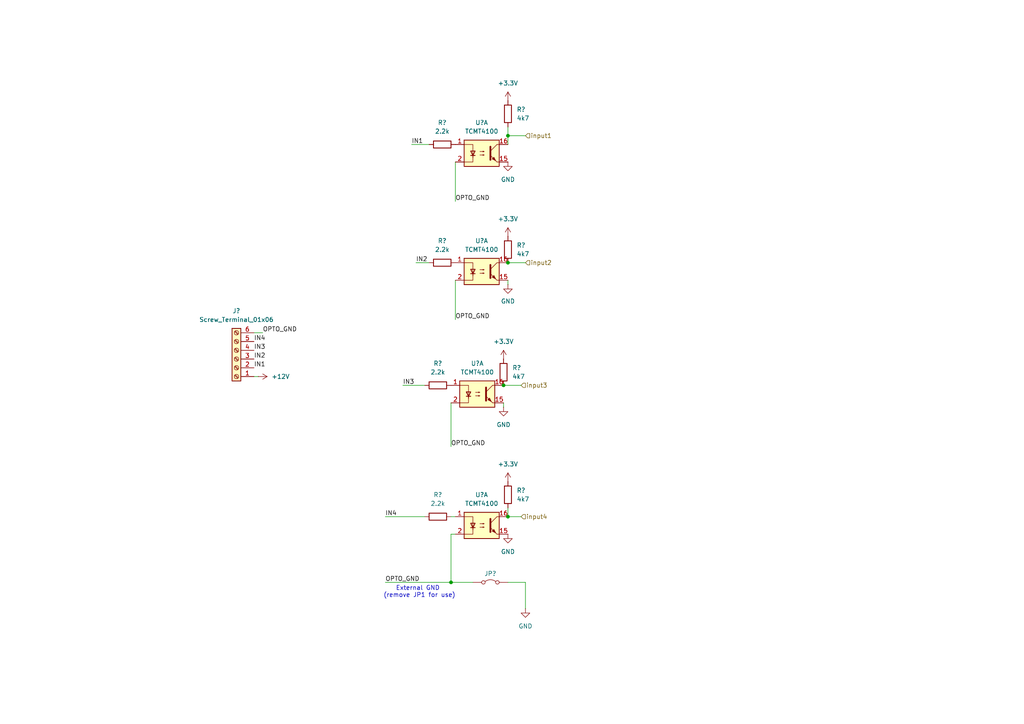
<source format=kicad_sch>
(kicad_sch (version 20250114) (generator "eeschema") (generator_version "9.0")
  (paper "A4")
  (lib_symbols
    (symbol "Connector:Screw_Terminal_01x06" (pin_names (offset 1.016) (hide yes))
      (property "Reference" "J" (at 0 7.62 0))
      (property "Value" "Screw_Terminal_01x06" (at 0 -10.16 0))
      (symbol "Screw_Terminal_01x06_1_1"
        (rectangle (start -1.27 6.35) (end 1.27 -8.89) (stroke (width 0.254)) (fill (type background)))
        (polyline (pts (xy -0.5334 5.4102) (xy 0.3302 4.572)) (stroke (width 0.1524)))
        (polyline (pts (xy -0.5334 2.8702) (xy 0.3302 2.032)) (stroke (width 0.1524)))
        (polyline (pts (xy -0.5334 0.3302) (xy 0.3302 -0.508)) (stroke (width 0.1524)))
        (polyline (pts (xy -0.5334 -2.2098) (xy 0.3302 -3.048)) (stroke (width 0.1524)))
        (polyline (pts (xy -0.5334 -4.7498) (xy 0.3302 -5.588)) (stroke (width 0.1524)))
        (polyline (pts (xy -0.5334 -7.2898) (xy 0.3302 -8.128)) (stroke (width 0.1524)))
        (polyline (pts (xy -0.3556 5.588) (xy 0.508 4.7498)) (stroke (width 0.1524)))
        (polyline (pts (xy -0.3556 3.048) (xy 0.508 2.2098)) (stroke (width 0.1524)))
        (polyline (pts (xy -0.3556 0.508) (xy 0.508 -0.3302)) (stroke (width 0.1524)))
        (polyline (pts (xy -0.3556 -2.032) (xy 0.508 -2.8702)) (stroke (width 0.1524)))
        (polyline (pts (xy -0.3556 -4.572) (xy 0.508 -5.4102)) (stroke (width 0.1524)))
        (polyline (pts (xy -0.3556 -7.112) (xy 0.508 -7.9502)) (stroke (width 0.1524)))
        (circle (center 0 5.08) (radius 0.635) (stroke (width 0.1524)))
        (circle (center 0 2.54) (radius 0.635) (stroke (width 0.1524)))
        (circle (center 0 0) (radius 0.635) (stroke (width 0.1524)))
        (circle (center 0 -2.54) (radius 0.635) (stroke (width 0.1524)))
        (circle (center 0 -5.08) (radius 0.635) (stroke (width 0.1524)))
        (circle (center 0 -7.62) (radius 0.635) (stroke (width 0.1524)))
        (pin passive line (at -5.08 5.08 0) (length 3.81) (name "Pin_1") (number "1"))
        (pin passive line (at -5.08 2.54 0) (length 3.81) (name "Pin_2") (number "2"))
        (pin passive line (at -5.08 0 0) (length 3.81) (name "Pin_3") (number "3"))
        (pin passive line (at -5.08 -2.54 0) (length 3.81) (name "Pin_4") (number "4"))
        (pin passive line (at -5.08 -5.08 0) (length 3.81) (name "Pin_5") (number "5"))
        (pin passive line (at -5.08 -7.62 0) (length 3.81) (name "Pin_6") (number "6"))
      )
    )
    (symbol "Device:R" (pin_numbers (hide yes)) (pin_names (offset 0))
      (property "Reference" "R" (at 2.032 0 90))
      (property "Value" "R" (at 0 0 90))
      (symbol "R_0_1"
        (rectangle (start -1.016 -2.54) (end 1.016 2.54) (stroke (width 0.254)))
      )
      (symbol "R_1_1"
        (pin passive line (at 0 3.81 270) (length 1.27) (name "~") (number "1"))
        (pin passive line (at 0 -3.81 90) (length 1.27) (name "~") (number "2"))
      )
    )
    (symbol "Isolator:TCMT4100" (pin_names (offset 1.016))
      (property "Reference" "U" (at 0 5.08 0))
      (property "Value" "TCMT4100" (at 0 -5.08 0))
      (symbol "TCMT4100_1_1"
        (rectangle (start -5.08 3.81) (end 5.08 -3.81) (stroke (width 0.254)) (fill (type background)))
        (polyline (pts (xy -5.08 2.54) (xy -2.54 2.54) (xy -2.54 -1.27)))
        (polyline (pts (xy -3.175 -0.635) (xy -1.905 -0.635)) (stroke (width 0.254)))
        (polyline (pts (xy -2.54 -0.635) (xy -2.54 -2.54) (xy -5.08 -2.54)))
        (polyline (pts (xy -2.54 -0.635) (xy -3.175 0.635) (xy -1.905 0.635) (xy -2.54 -0.635)) (stroke (width 0.254)))
        (polyline (pts (xy -0.508 0.508) (xy 0.762 0.508) (xy 0.381 0.381) (xy 0.381 0.635) (xy 0.762 0.508)))
        (polyline (pts (xy -0.508 -0.508) (xy 0.762 -0.508) (xy 0.381 -0.635) (xy 0.381 -0.381) (xy 0.762 -0.508)))
        (polyline (pts (xy 2.54 1.905) (xy 2.54 -1.905)) (stroke (width 0.508)))
        (polyline (pts (xy 2.54 0.635) (xy 4.445 2.54)))
        (polyline (pts (xy 3.048 -1.651) (xy 3.556 -1.143) (xy 4.064 -2.159) (xy 3.048 -1.651)) (fill (type outline)))
        (polyline (pts (xy 4.445 2.54) (xy 5.08 2.54)))
        (polyline (pts (xy 4.445 -2.54) (xy 2.54 -0.635)) (fill (type outline)))
        (polyline (pts (xy 4.445 -2.54) (xy 5.08 -2.54)))
        (pin passive line (at -7.62 2.54 0) (length 2.54) (name "~") (number "1"))
        (pin passive line (at -7.62 -2.54 0) (length 2.54) (name "~") (number "2"))
        (pin passive line (at 7.62 2.54 180) (length 2.54) (name "~") (number "16"))
        (pin passive line (at 7.62 -2.54 180) (length 2.54) (name "~") (number "15"))
      )
      (symbol "TCMT4100_2_1"
        (rectangle (start -5.08 3.81) (end 5.08 -3.81) (stroke (width 0.254)) (fill (type background)))
        (polyline (pts (xy -5.08 2.54) (xy -2.54 2.54) (xy -2.54 -1.27) (xy -2.54 0.635)))
        (polyline (pts (xy -3.175 -0.635) (xy -1.905 -0.635)) (stroke (width 0.254)))
        (polyline (pts (xy -2.54 -0.635) (xy -2.54 -2.54) (xy -5.08 -2.54)))
        (polyline (pts (xy -2.54 -0.635) (xy -3.175 0.635) (xy -1.905 0.635) (xy -2.54 -0.635)) (stroke (width 0.254)))
        (polyline (pts (xy -0.508 0.508) (xy 0.762 0.508) (xy 0.381 0.381) (xy 0.381 0.635) (xy 0.762 0.508)))
        (polyline (pts (xy -0.508 -0.508) (xy 0.762 -0.508) (xy 0.381 -0.635) (xy 0.381 -0.381) (xy 0.762 -0.508)))
        (polyline (pts (xy 2.54 1.905) (xy 2.54 -1.905)) (stroke (width 0.508)))
        (polyline (pts (xy 2.54 0.635) (xy 4.445 2.54)))
        (polyline (pts (xy 3.048 -1.651) (xy 3.556 -1.143) (xy 4.064 -2.159) (xy 3.048 -1.651)) (fill (type outline)))
        (polyline (pts (xy 4.445 2.54) (xy 5.08 2.54)))
        (polyline (pts (xy 4.445 -2.54) (xy 2.54 -0.635)) (fill (type outline)))
        (polyline (pts (xy 4.445 -2.54) (xy 5.08 -2.54)))
        (pin passive line (at -7.62 2.54 0) (length 2.54) (name "~") (number "3"))
        (pin passive line (at -7.62 -2.54 0) (length 2.54) (name "~") (number "4"))
        (pin passive line (at 7.62 2.54 180) (length 2.54) (name "~") (number "14"))
        (pin passive line (at 7.62 -2.54 180) (length 2.54) (name "~") (number "13"))
      )
      (symbol "TCMT4100_3_1"
        (rectangle (start -5.08 3.81) (end 5.08 -3.81) (stroke (width 0.254)) (fill (type background)))
        (polyline (pts (xy -5.08 2.54) (xy -2.54 2.54) (xy -2.54 -1.27) (xy -2.54 0.635)))
        (polyline (pts (xy -3.175 -0.635) (xy -1.905 -0.635)) (stroke (width 0.254)))
        (polyline (pts (xy -2.54 -0.635) (xy -2.54 -2.54) (xy -5.08 -2.54)))
        (polyline (pts (xy -2.54 -0.635) (xy -3.175 0.635) (xy -1.905 0.635) (xy -2.54 -0.635)) (stroke (width 0.254)))
        (polyline (pts (xy -0.508 0.508) (xy 0.762 0.508) (xy 0.381 0.381) (xy 0.381 0.635) (xy 0.762 0.508)))
        (polyline (pts (xy -0.508 -0.508) (xy 0.762 -0.508) (xy 0.381 -0.635) (xy 0.381 -0.381) (xy 0.762 -0.508)))
        (polyline (pts (xy 2.54 1.905) (xy 2.54 -1.905)) (stroke (width 0.508)))
        (polyline (pts (xy 2.54 0.635) (xy 4.445 2.54)))
        (polyline (pts (xy 3.048 -1.651) (xy 3.556 -1.143) (xy 4.064 -2.159) (xy 3.048 -1.651)) (fill (type outline)))
        (polyline (pts (xy 4.445 2.54) (xy 5.08 2.54)))
        (polyline (pts (xy 4.445 -2.54) (xy 2.54 -0.635)) (fill (type outline)))
        (polyline (pts (xy 4.445 -2.54) (xy 5.08 -2.54)))
        (pin passive line (at -7.62 2.54 0) (length 2.54) (name "~") (number "5"))
        (pin passive line (at -7.62 -2.54 0) (length 2.54) (name "~") (number "6"))
        (pin passive line (at 7.62 2.54 180) (length 2.54) (name "~") (number "12"))
        (pin passive line (at 7.62 -2.54 180) (length 2.54) (name "~") (number "11"))
      )
      (symbol "TCMT4100_4_1"
        (rectangle (start -5.08 3.81) (end 5.08 -3.81) (stroke (width 0.254)) (fill (type background)))
        (polyline (pts (xy -5.08 2.54) (xy -2.54 2.54) (xy -2.54 -1.27) (xy -2.54 0.635)))
        (polyline (pts (xy -3.175 -0.635) (xy -1.905 -0.635)) (stroke (width 0.254)))
        (polyline (pts (xy -2.54 -0.635) (xy -2.54 -2.54) (xy -5.08 -2.54)))
        (polyline (pts (xy -2.54 -0.635) (xy -3.175 0.635) (xy -1.905 0.635) (xy -2.54 -0.635)) (stroke (width 0.254)))
        (polyline (pts (xy -0.508 0.508) (xy 0.762 0.508) (xy 0.381 0.381) (xy 0.381 0.635) (xy 0.762 0.508)))
        (polyline (pts (xy -0.508 -0.508) (xy 0.762 -0.508) (xy 0.381 -0.635) (xy 0.381 -0.381) (xy 0.762 -0.508)))
        (polyline (pts (xy 2.54 1.905) (xy 2.54 -1.905)) (stroke (width 0.508)))
        (polyline (pts (xy 2.54 0.635) (xy 4.445 2.54)))
        (polyline (pts (xy 3.048 -1.651) (xy 3.556 -1.143) (xy 4.064 -2.159) (xy 3.048 -1.651)) (fill (type outline)))
        (polyline (pts (xy 4.445 2.54) (xy 5.08 2.54)))
        (polyline (pts (xy 4.445 -2.54) (xy 2.54 -0.635)) (fill (type outline)))
        (polyline (pts (xy 4.445 -2.54) (xy 5.08 -2.54)))
        (pin passive line (at -7.62 2.54 0) (length 2.54) (name "~") (number "7"))
        (pin passive line (at -7.62 -2.54 0) (length 2.54) (name "~") (number "8"))
        (pin passive line (at 7.62 2.54 180) (length 2.54) (name "~") (number "10"))
        (pin passive line (at 7.62 -2.54 180) (length 2.54) (name "~") (number "9"))
      )
    )
    (symbol "Jumper:Jumper_2_Bridged" (pin_numbers (hide yes)) (pin_names (offset 0) (hide yes))
      (property "Reference" "JP" (at 0 1.905 0))
      (property "Value" "Jumper_2_Bridged" (at 0 -2.54 0))
      (symbol "Jumper_2_Bridged_0_0"
        (circle (center -2.032 0) (radius 0.508))
        (circle (center 2.032 0) (radius 0.508))
      )
      (symbol "Jumper_2_Bridged_0_1"
        (arc (start -1.524 0.254) (mid 0 0.762) (end 1.524 0.254))
      )
      (symbol "Jumper_2_Bridged_1_1"
        (pin passive line (at -5.08 0 0) (length 2.54) (name "A") (number "1"))
        (pin passive line (at 5.08 0 180) (length 2.54) (name "B") (number "2"))
      )
    )
    (symbol "power:+12V" (power) (pin_numbers (hide yes)) (pin_names (offset 0) (hide yes))
      (property "Value" "+12V" (at 0 3.556 0))
      (symbol "+12V_0_1"
        (polyline (pts (xy -0.762 1.27) (xy 0 2.54)))
        (polyline (pts (xy 0 2.54) (xy 0.762 1.27)))
        (polyline (pts (xy 0 0) (xy 0 2.54)))
      )
      (symbol "+12V_1_1"
        (pin power_in line (at 0 0 90) (length 0) (name "~") (number "1"))
      )
    )
    (symbol "power:+3.3V" (power) (pin_numbers (hide yes)) (pin_names (offset 0) (hide yes))
      (property "Value" "+3.3V" (at 0 3.556 0))
      (symbol "+3.3V_0_1"
        (polyline (pts (xy -0.762 1.27) (xy 0 2.54)))
        (polyline (pts (xy 0 2.54) (xy 0.762 1.27)))
        (polyline (pts (xy 0 0) (xy 0 2.54)))
      )
      (symbol "+3.3V_1_1"
        (pin power_in line (at 0 0 90) (length 0) (name "~") (number "1"))
      )
    )
    (symbol "power:GND" (power) (pin_numbers (hide yes)) (pin_names (offset 0) (hide yes))
      (property "Value" "GND" (at 0 -3.81 0))
      (symbol "GND_0_1"
        (polyline (pts (xy 0 0) (xy 0 -1.27) (xy 1.27 -1.27) (xy 0 -2.54) (xy -1.27 -1.27) (xy 0 -1.27)))
      )
      (symbol "GND_1_1"
        (pin power_in line (at 0 0 270) (length 0) (name "~") (number "1"))
      )
    )
  )
  (text "External GND \n(remove JP1 for use)" (at 121.666 171.704 0) (effects (font (size 1.27 1.27))))
  (junction (at 147.32 149.86))
  (junction (at 147.32 39.37))
  (junction (at 147.32 76.2))
  (junction (at 146.05 111.76))
  (junction (at 130.81 168.91))
  (wire (pts (xy 74.93 109.22) (xy 73.66 109.22)))
  (wire (pts (xy 111.76 149.86) (xy 123.19 149.86)))
  (wire (pts (xy 132.08 81.28) (xy 132.08 92.71)))
  (wire (pts (xy 120.65 76.2) (xy 124.46 76.2)))
  (wire (pts (xy 152.4 39.37) (xy 147.32 39.37)))
  (wire (pts (xy 119.38 41.91) (xy 124.46 41.91)))
  (wire (pts (xy 137.16 168.91) (xy 130.81 168.91)))
  (wire (pts (xy 147.32 36.83) (xy 147.32 39.37)))
  (wire (pts (xy 152.4 176.53) (xy 152.4 168.91)))
  (wire (pts (xy 111.76 168.91) (xy 130.81 168.91)))
  (wire (pts (xy 130.81 116.84) (xy 130.81 129.54)))
  (wire (pts (xy 146.05 118.11) (xy 146.05 116.84)))
  (wire (pts (xy 132.08 46.99) (xy 132.08 58.42)))
  (wire (pts (xy 147.32 39.37) (xy 147.32 41.91)))
  (wire (pts (xy 130.81 149.86) (xy 132.08 149.86)))
  (wire (pts (xy 147.32 82.55) (xy 147.32 81.28)))
  (wire (pts (xy 116.84 111.76) (xy 123.19 111.76)))
  (wire (pts (xy 130.81 154.94) (xy 130.81 168.91)))
  (wire (pts (xy 130.81 154.94) (xy 132.08 154.94)))
  (wire (pts (xy 76.2 96.52) (xy 73.66 96.52)))
  (wire (pts (xy 147.32 147.32) (xy 147.32 149.86)))
  (wire (pts (xy 151.13 111.76) (xy 146.05 111.76)))
  (wire (pts (xy 147.32 149.86) (xy 151.13 149.86)))
  (wire (pts (xy 152.4 76.2) (xy 147.32 76.2)))
  (wire (pts (xy 152.4 168.91) (xy 147.32 168.91)))
  (label "OPTO_GND" (at 76.2 96.52 0))
  (label "OPTO_GND" (at 130.81 129.54 0))
  (label "OPTO_GND" (at 132.08 92.71 0))
  (label "IN1" (at 119.38 41.91 0))
  (label "IN4" (at 73.66 99.06 0))
  (label "OPTO_GND" (at 111.76 168.91 0))
  (label "IN4" (at 111.76 149.86 0))
  (label "IN3" (at 116.84 111.76 0))
  (label "IN3" (at 73.66 101.6 0))
  (label "IN2" (at 120.65 76.2 0))
  (label "OPTO_GND" (at 132.08 58.42 0))
  (label "IN1" (at 73.66 106.68 0))
  (label "IN2" (at 73.66 104.14 0))
  (hierarchical_label "input4" (shape input) (at 151.13 149.86 0))
  (hierarchical_label "input1" (shape input) (at 152.4 39.37 0))
  (hierarchical_label "input2" (shape input) (at 152.4 76.2 0))
  (hierarchical_label "input3" (shape input) (at 151.13 111.76 0))
  (symbol (lib_id "Isolator:TCMT4100") (at 139.7 78.74 0) (unit 1)
    (property "Reference" "U?" (at 139.7 69.85 0))
    (property "Value" "TCMT4100" (at 139.7 72.39 0))
    (property "Footprint" "Package_SO:SOP-16_4.4x10.4mm_P1.27mm" (effects (hide yes)))
    (property "Datasheet" "https://www.vishay.com/docs/84181/tcmt4100.pdf" (effects (hide yes)))
    (property "Description" "Quad Optocoupler, Vce 70V, CTR 50-600%, Viso 3750V (RMS), SOP-16" (effects (hide yes)))
  )
  (symbol (lib_id "power:GND") (at 146.05 118.11 0) (unit 1)
    (property "Reference" "#PWR?" (effects (hide yes)))
    (property "Value" "GND" (at 146.05 123.19 0))
    (property "Description" "Power symbol creates a global label with name \"GND\" , ground" (effects (hide yes)))
  )
  (symbol (lib_id "power:GND") (at 147.32 154.94 0) (unit 1)
    (property "Reference" "#PWR?" (effects (hide yes)))
    (property "Value" "GND" (at 147.32 160.02 0))
    (property "Description" "Power symbol creates a global label with name \"GND\" , ground" (effects (hide yes)))
  )
  (symbol (lib_id "Device:R") (at 128.27 41.91 90) (unit 1)
    (property "Reference" "R?" (at 128.27 35.56 90))
    (property "Value" "2.2k" (at 128.27 38.1 90))
    (property "Footprint" "Resistor_SMD:R_0805_2012Metric" (effects (hide yes)))
    (property "Description" "Resistor" (effects (hide yes)))
  )
  (symbol (lib_id "Device:R") (at 127 149.86 90) (unit 1)
    (property "Reference" "R?" (at 127 143.51 90))
    (property "Value" "2.2k" (at 127 146.05 90))
    (property "Footprint" "Resistor_SMD:R_0805_2012Metric" (effects (hide yes)))
    (property "Description" "Resistor" (effects (hide yes)))
  )
  (symbol (lib_id "power:+12V") (at 74.93 109.22 270) (unit 1)
    (property "Reference" "#PWR?" (effects (hide yes)))
    (property "Value" "+12V" (at 78.74 109.2199 90) (effects (justify left)))
    (property "Description" "Power symbol creates a global label with name \"+12V\"" (effects (hide yes)))
  )
  (symbol (lib_id "Device:R") (at 147.32 72.39 0) (unit 1)
    (property "Reference" "R?" (at 149.86 71.1199 0) (effects (justify left)))
    (property "Value" "4k7" (at 149.86 73.6599 0) (effects (justify left)))
    (property "Footprint" "Resistor_SMD:R_0402_1005Metric" (effects (hide yes)))
    (property "Description" "Resistor" (effects (hide yes)))
  )
  (symbol (lib_id "Isolator:TCMT4100") (at 138.43 114.3 0) (unit 1)
    (property "Reference" "U?" (at 138.43 105.41 0))
    (property "Value" "TCMT4100" (at 138.43 107.95 0))
    (property "Footprint" "Package_SO:SOP-16_4.4x10.4mm_P1.27mm" (effects (hide yes)))
    (property "Datasheet" "https://www.vishay.com/docs/84181/tcmt4100.pdf" (effects (hide yes)))
    (property "Description" "Quad Optocoupler, Vce 70V, CTR 50-600%, Viso 3750V (RMS), SOP-16" (effects (hide yes)))
  )
  (symbol (lib_id "power:+3.3V") (at 147.32 29.21 0) (unit 1)
    (property "Reference" "#PWR?" (effects (hide yes)))
    (property "Value" "+3.3V" (at 147.32 24.13 0))
    (property "Description" "Power symbol creates a global label with name \"+3.3V\"" (effects (hide yes)))
  )
  (symbol (lib_id "Device:R") (at 127 111.76 90) (unit 1)
    (property "Reference" "R?" (at 127 105.41 90))
    (property "Value" "2.2k" (at 127 107.95 90))
    (property "Footprint" "Resistor_SMD:R_0805_2012Metric" (effects (hide yes)))
    (property "Description" "Resistor" (effects (hide yes)))
  )
  (symbol (lib_id "Device:R") (at 146.05 107.95 0) (unit 1)
    (property "Reference" "R?" (at 148.59 106.6799 0) (effects (justify left)))
    (property "Value" "4k7" (at 148.59 109.2199 0) (effects (justify left)))
    (property "Footprint" "Resistor_SMD:R_0402_1005Metric" (effects (hide yes)))
    (property "Description" "Resistor" (effects (hide yes)))
  )
  (symbol (lib_id "power:+3.3V") (at 147.32 68.58 0) (unit 1)
    (property "Reference" "#PWR?" (effects (hide yes)))
    (property "Value" "+3.3V" (at 147.32 63.5 0))
    (property "Description" "Power symbol creates a global label with name \"+3.3V\"" (effects (hide yes)))
  )
  (symbol (lib_id "Jumper:Jumper_2_Bridged") (at 142.24 168.91 0) (unit 1)
    (property "Reference" "JP?" (at 142.24 166.37 0))
    (property "Value" "Jumper_2_Bridged" (effects (hide yes)))
    (property "Footprint" "Connector_PinHeader_2.54mm:PinHeader_1x02_P2.54mm_Vertical" (effects (hide yes)))
    (property "Description" "Jumper, 2-pole, closed/bridged" (effects (hide yes)))
  )
  (symbol (lib_id "power:GND") (at 147.32 46.99 0) (unit 1)
    (property "Reference" "#PWR?" (effects (hide yes)))
    (property "Value" "GND" (at 147.32 52.07 0))
    (property "Description" "Power symbol creates a global label with name \"GND\" , ground" (effects (hide yes)))
  )
  (symbol (lib_id "power:+3.3V") (at 146.05 104.14 0) (unit 1)
    (property "Reference" "#PWR?" (effects (hide yes)))
    (property "Value" "+3.3V" (at 146.05 99.06 0))
    (property "Description" "Power symbol creates a global label with name \"+3.3V\"" (effects (hide yes)))
  )
  (symbol (lib_id "power:GND") (at 152.4 176.53 0) (unit 1)
    (property "Reference" "#PWR?" (effects (hide yes)))
    (property "Value" "GND" (at 152.4 181.61 0))
    (property "Description" "Power symbol creates a global label with name \"GND\" , ground" (effects (hide yes)))
  )
  (symbol (lib_id "Isolator:TCMT4100") (at 139.7 44.45 0) (unit 1)
    (property "Reference" "U?" (at 139.7 35.56 0))
    (property "Value" "TCMT4100" (at 139.7 38.1 0))
    (property "Footprint" "Package_SO:SOP-16_4.4x10.4mm_P1.27mm" (effects (hide yes)))
    (property "Datasheet" "https://www.vishay.com/docs/84181/tcmt4100.pdf" (effects (hide yes)))
    (property "Description" "Quad Optocoupler, Vce 70V, CTR 50-600%, Viso 3750V (RMS), SOP-16" (effects (hide yes)))
  )
  (symbol (lib_id "Isolator:TCMT4100") (at 139.7 152.4 0) (unit 1)
    (property "Reference" "U?" (at 139.7 143.51 0))
    (property "Value" "TCMT4100" (at 139.7 146.05 0))
    (property "Footprint" "Package_SO:SOP-16_4.4x10.4mm_P1.27mm" (effects (hide yes)))
    (property "Datasheet" "https://www.vishay.com/docs/84181/tcmt4100.pdf" (effects (hide yes)))
    (property "Description" "Quad Optocoupler, Vce 70V, CTR 50-600%, Viso 3750V (RMS), SOP-16" (effects (hide yes)))
  )
  (symbol (lib_id "Device:R") (at 147.32 143.51 0) (unit 1)
    (property "Reference" "R?" (at 149.86 142.2399 0) (effects (justify left)))
    (property "Value" "4k7" (at 149.86 144.7799 0) (effects (justify left)))
    (property "Footprint" "Resistor_SMD:R_0402_1005Metric" (effects (hide yes)))
    (property "Description" "Resistor" (effects (hide yes)))
  )
  (symbol (lib_id "power:+3.3V") (at 147.32 139.7 0) (unit 1)
    (property "Reference" "#PWR?" (effects (hide yes)))
    (property "Value" "+3.3V" (at 147.32 134.62 0))
    (property "Description" "Power symbol creates a global label with name \"+3.3V\"" (effects (hide yes)))
  )
  (symbol (lib_id "Device:R") (at 128.27 76.2 90) (unit 1)
    (property "Reference" "R?" (at 128.27 69.85 90))
    (property "Value" "2.2k" (at 128.27 72.39 90))
    (property "Footprint" "Resistor_SMD:R_0805_2012Metric" (effects (hide yes)))
    (property "Description" "Resistor" (effects (hide yes)))
  )
  (symbol (lib_id "power:GND") (at 147.32 82.55 0) (unit 1)
    (property "Reference" "#PWR?" (effects (hide yes)))
    (property "Value" "GND" (at 147.32 87.376 0))
    (property "Description" "Power symbol creates a global label with name \"GND\" , ground" (effects (hide yes)))
  )
  (symbol (lib_id "Connector:Screw_Terminal_01x06") (at 68.58 104.14 180) (unit 1)
    (property "Reference" "J?" (at 68.58 90.17 0))
    (property "Value" "Screw_Terminal_01x06" (at 68.58 92.71 0))
    (property "Footprint" "Connector_Phoenix_MC:PhoenixContact_MCV_1,5_6-G-3.5_1x06_P3.50mm_Vertical" (effects (hide yes)))
    (property "Description" "Generic screw terminal, single row, 01x06, script generated (kicad-library-utils/schlib/autogen/connector/)" (effects (hide yes)))
  )
  (symbol (lib_id "Device:R") (at 147.32 33.02 0) (unit 1)
    (property "Reference" "R?" (at 149.86 31.7499 0) (effects (justify left)))
    (property "Value" "4k7" (at 149.86 34.2899 0) (effects (justify left)))
    (property "Footprint" "Resistor_SMD:R_0402_1005Metric" (effects (hide yes)))
    (property "Description" "Resistor" (effects (hide yes)))
  )
)
</source>
